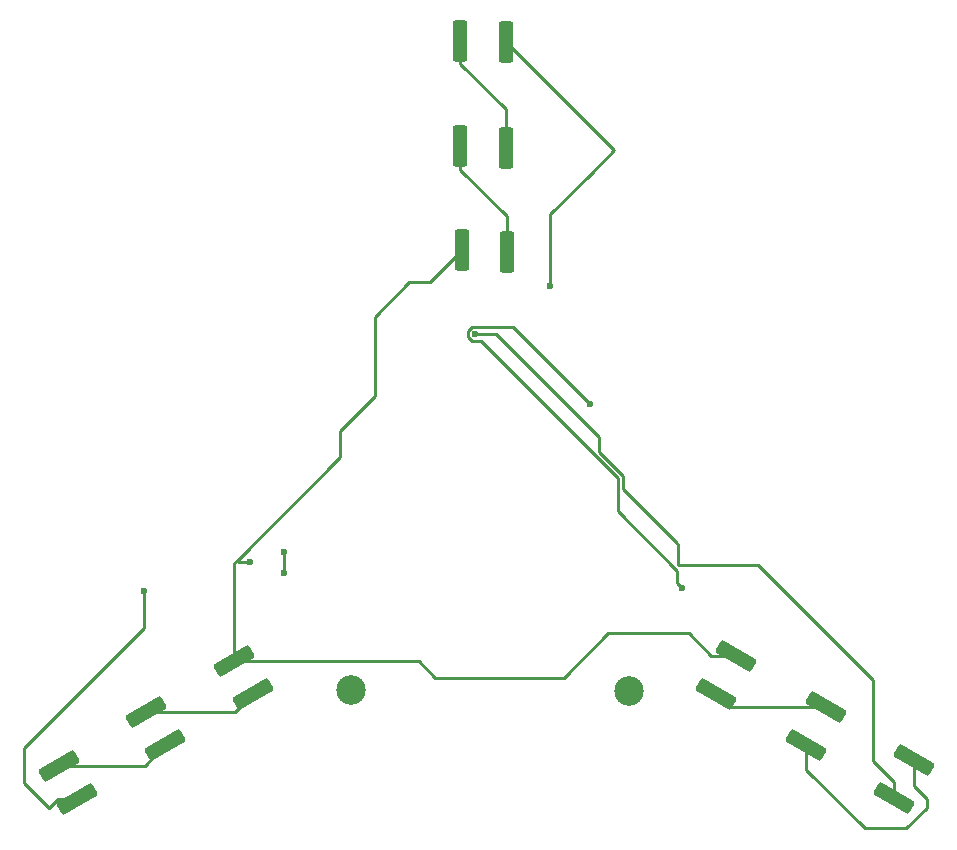
<source format=gbr>
%TF.GenerationSoftware,KiCad,Pcbnew,7.0.8*%
%TF.CreationDate,2024-08-22T12:11:35+02:00*%
%TF.ProjectId,Fidget_Spinner,46696467-6574-45f5-9370-696e6e65722e,rev?*%
%TF.SameCoordinates,Original*%
%TF.FileFunction,Copper,L1,Top*%
%TF.FilePolarity,Positive*%
%FSLAX46Y46*%
G04 Gerber Fmt 4.6, Leading zero omitted, Abs format (unit mm)*
G04 Created by KiCad (PCBNEW 7.0.8) date 2024-08-22 12:11:35*
%MOMM*%
%LPD*%
G01*
G04 APERTURE LIST*
G04 Aperture macros list*
%AMRoundRect*
0 Rectangle with rounded corners*
0 $1 Rounding radius*
0 $2 $3 $4 $5 $6 $7 $8 $9 X,Y pos of 4 corners*
0 Add a 4 corners polygon primitive as box body*
4,1,4,$2,$3,$4,$5,$6,$7,$8,$9,$2,$3,0*
0 Add four circle primitives for the rounded corners*
1,1,$1+$1,$2,$3*
1,1,$1+$1,$4,$5*
1,1,$1+$1,$6,$7*
1,1,$1+$1,$8,$9*
0 Add four rect primitives between the rounded corners*
20,1,$1+$1,$2,$3,$4,$5,0*
20,1,$1+$1,$4,$5,$6,$7,0*
20,1,$1+$1,$6,$7,$8,$9,0*
20,1,$1+$1,$8,$9,$2,$3,0*%
G04 Aperture macros list end*
%TA.AperFunction,SMDPad,CuDef*%
%ADD10RoundRect,0.214285X1.137111X-1.101896X1.522826X-0.433819X-1.137111X1.101896X-1.522826X0.433819X0*%
%TD*%
%TA.AperFunction,SMDPad,CuDef*%
%ADD11RoundRect,0.214285X-1.522826X-0.433819X-1.137111X-1.101896X1.522826X0.433819X1.137111X1.101896X0*%
%TD*%
%TA.AperFunction,SMDPad,CuDef*%
%ADD12RoundRect,0.214285X-0.385715X-1.535715X0.385715X-1.535715X0.385715X1.535715X-0.385715X1.535715X0*%
%TD*%
%TA.AperFunction,ComponentPad*%
%ADD13C,2.500000*%
%TD*%
%TA.AperFunction,ViaPad*%
%ADD14C,0.600000*%
%TD*%
%TA.AperFunction,Conductor*%
%ADD15C,0.250000*%
%TD*%
G04 APERTURE END LIST*
D10*
%TO.P,D6,1,K*%
%TO.N,Net-(D3-K)*%
X102880000Y-93320000D03*
%TO.P,D6,2,A*%
%TO.N,Net-(D5-K)*%
X101180000Y-96570000D03*
%TD*%
D11*
%TO.P,D7,1,K*%
%TO.N,Net-(D7-K)*%
X45510000Y-102620000D03*
%TO.P,D7,2,A*%
%TO.N,Net-(D7-A)*%
X47060000Y-105420000D03*
%TD*%
D12*
%TO.P,D1,1,K*%
%TO.N,Net-(D1-K)*%
X79485000Y-41240000D03*
%TO.P,D1,2,A*%
%TO.N,Net-(D1-A)*%
X83335000Y-41340000D03*
%TD*%
D10*
%TO.P,D4,1,K*%
%TO.N,Net-(D4-K)*%
X117950000Y-102110000D03*
%TO.P,D4,2,A*%
%TO.N,Net-(D4-A)*%
X116250000Y-105360000D03*
%TD*%
D11*
%TO.P,D8,1,K*%
%TO.N,Net-(D8-K)*%
X52930000Y-98120000D03*
%TO.P,D8,2,A*%
%TO.N,Net-(D7-K)*%
X54480000Y-100920000D03*
%TD*%
D13*
%TO.P,S2,1,Silber*%
%TO.N,Net-(S1-E)*%
X93760000Y-96300000D03*
%TO.P,S2,2,Gold*%
%TO.N,Net-(Q1-B)*%
X70210000Y-96250000D03*
%TD*%
D12*
%TO.P,D2,1,K*%
%TO.N,Net-(D2-K)*%
X79510000Y-50200000D03*
%TO.P,D2,2,A*%
%TO.N,Net-(D1-K)*%
X83360000Y-50300000D03*
%TD*%
%TO.P,D3,1,K*%
%TO.N,Net-(D3-K)*%
X79620000Y-59000000D03*
%TO.P,D3,2,A*%
%TO.N,Net-(D2-K)*%
X83470000Y-59100000D03*
%TD*%
D10*
%TO.P,D5,1,K*%
%TO.N,Net-(D5-K)*%
X110500000Y-97670000D03*
%TO.P,D5,2,A*%
%TO.N,Net-(D4-K)*%
X108800000Y-100920000D03*
%TD*%
D11*
%TO.P,D9,1,K*%
%TO.N,Net-(D3-K)*%
X60370000Y-93800000D03*
%TO.P,D9,2,A*%
%TO.N,Net-(D8-K)*%
X61920000Y-96600000D03*
%TD*%
D14*
%TO.N,Net-(D1-A)*%
X87110000Y-62030000D03*
%TO.N,Net-(D3-K)*%
X61660000Y-85400000D03*
%TO.N,Net-(D4-A)*%
X80790000Y-66080000D03*
%TO.N,Net-(D7-A)*%
X52757841Y-87870000D03*
%TO.N,Net-(Q1-E)*%
X64540000Y-86330000D03*
X64540000Y-84510000D03*
%TO.N,Net-(U1-Pad2)*%
X98300000Y-87610000D03*
X90520000Y-72040000D03*
%TD*%
D15*
%TO.N,Net-(D1-K)*%
X79485000Y-41240000D02*
X79485000Y-43195000D01*
X83360000Y-47070000D02*
X83360000Y-50300000D01*
X79485000Y-43195000D02*
X83360000Y-47070000D01*
%TO.N,Net-(D1-A)*%
X90560000Y-52505000D02*
X87110000Y-55955000D01*
X92530000Y-50535000D02*
X90560000Y-52505000D01*
X87110000Y-55955000D02*
X87110000Y-62030000D01*
X83335000Y-41340000D02*
X92530000Y-50535000D01*
%TO.N,Net-(D2-K)*%
X83470000Y-56120000D02*
X83470000Y-59100000D01*
X79510000Y-52160000D02*
X83470000Y-56120000D01*
X79510000Y-50200000D02*
X79510000Y-52160000D01*
%TO.N,Net-(D3-K)*%
X72280000Y-64610000D02*
X72280000Y-71340000D01*
X60620000Y-85260000D02*
X60370000Y-85510000D01*
X69360000Y-76520000D02*
X60620000Y-85260000D01*
X88250000Y-95180000D02*
X92010000Y-91420000D01*
X72280000Y-71340000D02*
X69360000Y-74260000D01*
X60370000Y-85510000D02*
X60370000Y-93800000D01*
X98850000Y-91420000D02*
X100750000Y-93320000D01*
X92010000Y-91420000D02*
X98850000Y-91420000D01*
X61660000Y-85400000D02*
X60760000Y-85400000D01*
X75970000Y-93800000D02*
X77350000Y-95180000D01*
X69360000Y-74260000D02*
X69360000Y-76520000D01*
X100750000Y-93320000D02*
X102880000Y-93320000D01*
X79620000Y-59000000D02*
X76930000Y-61690000D01*
X75200000Y-61690000D02*
X72280000Y-64610000D01*
X77350000Y-95180000D02*
X88250000Y-95180000D01*
X76930000Y-61690000D02*
X75200000Y-61690000D01*
X60370000Y-93800000D02*
X75970000Y-93800000D01*
X60760000Y-85400000D02*
X60620000Y-85260000D01*
%TO.N,Net-(D4-K)*%
X113730000Y-107930000D02*
X108800000Y-103000000D01*
X108800000Y-103000000D02*
X108800000Y-100920000D01*
X117950000Y-102110000D02*
X117950000Y-104340000D01*
X117950000Y-104340000D02*
X119030000Y-105420000D01*
X119030000Y-106180000D02*
X117280000Y-107930000D01*
X117280000Y-107930000D02*
X113730000Y-107930000D01*
X119030000Y-105420000D02*
X119030000Y-106180000D01*
%TO.N,Net-(D4-A)*%
X97820000Y-83880000D02*
X97820000Y-83780000D01*
X97970000Y-84030000D02*
X97920000Y-84030000D01*
X97920000Y-83880000D02*
X97820000Y-83880000D01*
X114420000Y-95350000D02*
X104670000Y-85600000D01*
X91240000Y-74830000D02*
X82490000Y-66080000D01*
X93280000Y-79240000D02*
X93280000Y-78110000D01*
X116250000Y-105360000D02*
X116250000Y-104030000D01*
X82490000Y-66080000D02*
X80790000Y-66080000D01*
X97970000Y-84350000D02*
X97970000Y-84030000D01*
X97920000Y-84030000D02*
X97920000Y-83880000D01*
X97970000Y-85600000D02*
X97970000Y-84350000D01*
X91240000Y-76070000D02*
X91240000Y-74830000D01*
X104670000Y-85600000D02*
X97970000Y-85600000D01*
X116250000Y-104030000D02*
X114420000Y-102200000D01*
X97820000Y-83780000D02*
X93280000Y-79240000D01*
X114420000Y-102200000D02*
X114420000Y-95350000D01*
X93280000Y-78110000D02*
X91240000Y-76070000D01*
%TO.N,Net-(D5-K)*%
X102280000Y-97670000D02*
X101180000Y-96570000D01*
X110500000Y-97670000D02*
X102280000Y-97670000D01*
%TO.N,Net-(D7-K)*%
X52780000Y-102620000D02*
X54480000Y-100920000D01*
X45510000Y-102620000D02*
X52780000Y-102620000D01*
%TO.N,Net-(D7-A)*%
X44690000Y-106180000D02*
X45450000Y-105420000D01*
X52757841Y-90962159D02*
X42590000Y-101130000D01*
X45450000Y-105420000D02*
X47060000Y-105420000D01*
X42590000Y-101130000D02*
X42590000Y-104080000D01*
X42590000Y-104080000D02*
X44690000Y-106180000D01*
X52757841Y-87870000D02*
X52757841Y-90962159D01*
%TO.N,Net-(D8-K)*%
X52930000Y-98120000D02*
X60400000Y-98120000D01*
X60400000Y-98120000D02*
X61920000Y-96600000D01*
%TO.N,Net-(Q1-E)*%
X64540000Y-84510000D02*
X64540000Y-86330000D01*
%TO.N,Net-(U1-Pad2)*%
X80165000Y-66338884D02*
X80531116Y-66705000D01*
X92830000Y-78296396D02*
X92830000Y-81096396D01*
X90520000Y-72040000D02*
X83935000Y-65455000D01*
X92830000Y-81096396D02*
X97883604Y-86150000D01*
X80531116Y-65455000D02*
X80165000Y-65821116D01*
X97883604Y-86150000D02*
X97883604Y-87193604D01*
X80165000Y-65821116D02*
X80165000Y-66338884D01*
X81238604Y-66705000D02*
X92830000Y-78296396D01*
X83935000Y-65455000D02*
X80531116Y-65455000D01*
X97883604Y-87193604D02*
X98300000Y-87610000D01*
X80531116Y-66705000D02*
X81238604Y-66705000D01*
%TD*%
M02*

</source>
